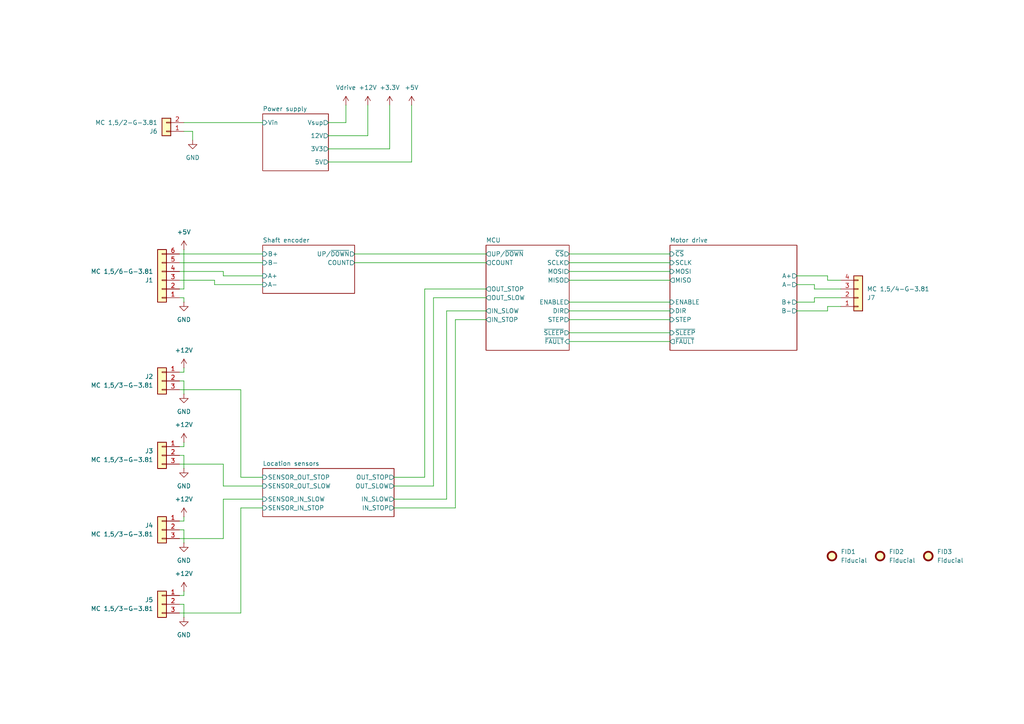
<source format=kicad_sch>
(kicad_sch (version 20250114) (generator "eeschema") (generator_version "9.0")
  (paper "A4")
  (title_block (title "TV slider") (date "2025-10-06") (rev "1") (company "NX Solutions"))
  (lib_symbols
    (symbol "Connector_Generic:Conn_01x02" (pin_names (offset 1.016) (hide yes))
      (property "Reference" "J" (at 0 2.54 0))
      (property "Value" "Conn_01x02" (at 0 -5.08 0))
      (symbol "Conn_01x02_1_1"
        (rectangle (start -1.27 1.27) (end 1.27 -3.81) (stroke (width 0.254)) (fill (type background)))
        (rectangle (start -1.27 0.127) (end 0 -0.127) (stroke (width 0.1524)))
        (rectangle (start -1.27 -2.413) (end 0 -2.667) (stroke (width 0.1524)))
        (pin passive line (at -5.08 0 0) (length 3.81) (name "Pin_1") (number "1"))
        (pin passive line (at -5.08 -2.54 0) (length 3.81) (name "Pin_2") (number "2"))
      )
    )
    (symbol "Connector_Generic:Conn_01x03" (pin_names (offset 1.016) (hide yes))
      (property "Reference" "J" (at 0 5.08 0))
      (property "Value" "Conn_01x03" (at 0 -5.08 0))
      (symbol "Conn_01x03_1_1"
        (rectangle (start -1.27 3.81) (end 1.27 -3.81) (stroke (width 0.254)) (fill (type background)))
        (rectangle (start -1.27 2.667) (end 0 2.413) (stroke (width 0.1524)))
        (rectangle (start -1.27 0.127) (end 0 -0.127) (stroke (width 0.1524)))
        (rectangle (start -1.27 -2.413) (end 0 -2.667) (stroke (width 0.1524)))
        (pin passive line (at -5.08 2.54 0) (length 3.81) (name "Pin_1") (number "1"))
        (pin passive line (at -5.08 0 0) (length 3.81) (name "Pin_2") (number "2"))
        (pin passive line (at -5.08 -2.54 0) (length 3.81) (name "Pin_3") (number "3"))
      )
    )
    (symbol "Connector_Generic:Conn_01x04" (pin_names (offset 1.016) (hide yes))
      (property "Reference" "J" (at 0 5.08 0))
      (property "Value" "Conn_01x04" (at 0 -7.62 0))
      (symbol "Conn_01x04_1_1"
        (rectangle (start -1.27 3.81) (end 1.27 -6.35) (stroke (width 0.254)) (fill (type background)))
        (rectangle (start -1.27 2.667) (end 0 2.413) (stroke (width 0.1524)))
        (rectangle (start -1.27 0.127) (end 0 -0.127) (stroke (width 0.1524)))
        (rectangle (start -1.27 -2.413) (end 0 -2.667) (stroke (width 0.1524)))
        (rectangle (start -1.27 -4.953) (end 0 -5.207) (stroke (width 0.1524)))
        (pin passive line (at -5.08 2.54 0) (length 3.81) (name "Pin_1") (number "1"))
        (pin passive line (at -5.08 0 0) (length 3.81) (name "Pin_2") (number "2"))
        (pin passive line (at -5.08 -2.54 0) (length 3.81) (name "Pin_3") (number "3"))
        (pin passive line (at -5.08 -5.08 0) (length 3.81) (name "Pin_4") (number "4"))
      )
    )
    (symbol "Connector_Generic:Conn_01x06" (pin_names (offset 1.016) (hide yes))
      (property "Reference" "J" (at 0 7.62 0))
      (property "Value" "Conn_01x06" (at 0 -10.16 0))
      (symbol "Conn_01x06_1_1"
        (rectangle (start -1.27 6.35) (end 1.27 -8.89) (stroke (width 0.254)) (fill (type background)))
        (rectangle (start -1.27 5.207) (end 0 4.953) (stroke (width 0.1524)))
        (rectangle (start -1.27 2.667) (end 0 2.413) (stroke (width 0.1524)))
        (rectangle (start -1.27 0.127) (end 0 -0.127) (stroke (width 0.1524)))
        (rectangle (start -1.27 -2.413) (end 0 -2.667) (stroke (width 0.1524)))
        (rectangle (start -1.27 -4.953) (end 0 -5.207) (stroke (width 0.1524)))
        (rectangle (start -1.27 -7.493) (end 0 -7.747) (stroke (width 0.1524)))
        (pin passive line (at -5.08 5.08 0) (length 3.81) (name "Pin_1") (number "1"))
        (pin passive line (at -5.08 2.54 0) (length 3.81) (name "Pin_2") (number "2"))
        (pin passive line (at -5.08 0 0) (length 3.81) (name "Pin_3") (number "3"))
        (pin passive line (at -5.08 -2.54 0) (length 3.81) (name "Pin_4") (number "4"))
        (pin passive line (at -5.08 -5.08 0) (length 3.81) (name "Pin_5") (number "5"))
        (pin passive line (at -5.08 -7.62 0) (length 3.81) (name "Pin_6") (number "6"))
      )
    )
    (symbol "Mechanical:Fiducial" (in_bom no)
      (property "Reference" "FID" (at 0 5.08 0))
      (property "Value" "Fiducial" (at 0 3.175 0))
      (symbol "Fiducial_0_1"
        (circle (center 0 0) (radius 1.27) (stroke (width 0.508)) (fill (type background)))
      )
    )
    (symbol "power:+12V" (power) (pin_numbers (hide yes)) (pin_names (offset 0) (hide yes))
      (property "Value" "+12V" (at 0 3.556 0))
      (symbol "+12V_0_1"
        (polyline (pts (xy -0.762 1.27) (xy 0 2.54)))
        (polyline (pts (xy 0 2.54) (xy 0.762 1.27)))
        (polyline (pts (xy 0 0) (xy 0 2.54)))
      )
      (symbol "+12V_1_1"
        (pin power_in line (at 0 0 90) (length 0) (name "~") (number "1"))
      )
    )
    (symbol "power:+3.3V" (power) (pin_numbers (hide yes)) (pin_names (offset 0) (hide yes))
      (property "Value" "+3.3V" (at 0 3.556 0))
      (symbol "+3.3V_0_1"
        (polyline (pts (xy -0.762 1.27) (xy 0 2.54)))
        (polyline (pts (xy 0 2.54) (xy 0.762 1.27)))
        (polyline (pts (xy 0 0) (xy 0 2.54)))
      )
      (symbol "+3.3V_1_1"
        (pin power_in line (at 0 0 90) (length 0) (name "~") (number "1"))
      )
    )
    (symbol "power:+5V" (power) (pin_numbers (hide yes)) (pin_names (offset 0) (hide yes))
      (property "Value" "+5V" (at 0 3.556 0))
      (symbol "+5V_0_1"
        (polyline (pts (xy -0.762 1.27) (xy 0 2.54)))
        (polyline (pts (xy 0 2.54) (xy 0.762 1.27)))
        (polyline (pts (xy 0 0) (xy 0 2.54)))
      )
      (symbol "+5V_1_1"
        (pin power_in line (at 0 0 90) (length 0) (name "~") (number "1"))
      )
    )
    (symbol "power:GND" (power) (pin_numbers (hide yes)) (pin_names (offset 0) (hide yes))
      (property "Value" "GND" (at 0 -3.81 0))
      (symbol "GND_0_1"
        (polyline (pts (xy 0 0) (xy 0 -1.27) (xy 1.27 -1.27) (xy 0 -2.54) (xy -1.27 -1.27) (xy 0 -1.27)))
      )
      (symbol "GND_1_1"
        (pin power_in line (at 0 0 270) (length 0) (name "~") (number "1"))
      )
    )
    (symbol "power:Vdrive" (power) (pin_numbers (hide yes)) (pin_names (offset 0) (hide yes))
      (property "Value" "Vdrive" (at 0 3.556 0))
      (symbol "Vdrive_0_1"
        (polyline (pts (xy -0.762 1.27) (xy 0 2.54)))
        (polyline (pts (xy 0 2.54) (xy 0.762 1.27)))
        (polyline (pts (xy 0 0) (xy 0 2.54)))
      )
      (symbol "Vdrive_1_1"
        (pin power_in line (at 0 0 90) (length 0) (name "~") (number "1"))
      )
    )
  )
  (wire (pts (xy 69.85 113.03) (xy 69.85 138.43)))
  (wire (pts (xy 76.2 80.01) (xy 64.77 80.01)))
  (wire (pts (xy 140.97 92.71) (xy 132.08 92.71)))
  (wire (pts (xy 52.07 177.8) (xy 69.85 177.8)))
  (wire (pts (xy 53.34 110.49) (xy 52.07 110.49)))
  (wire (pts (xy 114.3 144.78) (xy 129.54 144.78)))
  (wire (pts (xy 53.34 171.45) (xy 53.34 172.72)))
  (wire (pts (xy 64.77 144.78) (xy 64.77 156.21)))
  (wire (pts (xy 113.03 43.18) (xy 95.25 43.18)))
  (wire (pts (xy 53.34 110.49) (xy 53.34 114.3)))
  (wire (pts (xy 231.14 80.01) (xy 240.03 80.01)))
  (wire (pts (xy 132.08 92.71) (xy 132.08 147.32)))
  (wire (pts (xy 119.38 46.99) (xy 95.25 46.99)))
  (wire (pts (xy 119.38 30.48) (xy 119.38 46.99)))
  (wire (pts (xy 52.07 113.03) (xy 69.85 113.03)))
  (wire (pts (xy 165.1 78.74) (xy 194.31 78.74)))
  (wire (pts (xy 64.77 156.21) (xy 52.07 156.21)))
  (wire (pts (xy 165.1 96.52) (xy 194.31 96.52)))
  (wire (pts (xy 165.1 81.28) (xy 194.31 81.28)))
  (wire (pts (xy 64.77 78.74) (xy 64.77 80.01)))
  (wire (pts (xy 52.07 76.2) (xy 76.2 76.2)))
  (wire (pts (xy 53.34 106.68) (xy 53.34 107.95)))
  (wire (pts (xy 64.77 78.74) (xy 52.07 78.74)))
  (wire (pts (xy 165.1 90.17) (xy 194.31 90.17)))
  (wire (pts (xy 240.03 88.9) (xy 240.03 90.17)))
  (wire (pts (xy 53.34 172.72) (xy 52.07 172.72)))
  (wire (pts (xy 243.84 86.36) (xy 236.22 86.36)))
  (wire (pts (xy 52.07 73.66) (xy 76.2 73.66)))
  (wire (pts (xy 123.19 83.82) (xy 140.97 83.82)))
  (wire (pts (xy 231.14 90.17) (xy 240.03 90.17)))
  (wire (pts (xy 53.34 86.36) (xy 52.07 86.36)))
  (wire (pts (xy 100.33 35.56) (xy 95.25 35.56)))
  (wire (pts (xy 53.34 107.95) (xy 52.07 107.95)))
  (wire (pts (xy 53.34 35.56) (xy 76.2 35.56)))
  (wire (pts (xy 52.07 134.62) (xy 64.77 134.62)))
  (wire (pts (xy 165.1 99.06) (xy 194.31 99.06)))
  (wire (pts (xy 129.54 144.78) (xy 129.54 90.17)))
  (wire (pts (xy 76.2 144.78) (xy 64.77 144.78)))
  (wire (pts (xy 236.22 86.36) (xy 236.22 87.63)))
  (wire (pts (xy 53.34 175.26) (xy 53.34 179.07)))
  (wire (pts (xy 243.84 88.9) (xy 240.03 88.9)))
  (wire (pts (xy 106.68 30.48) (xy 106.68 39.37)))
  (wire (pts (xy 129.54 90.17) (xy 140.97 90.17)))
  (wire (pts (xy 53.34 175.26) (xy 52.07 175.26)))
  (wire (pts (xy 53.34 132.08) (xy 52.07 132.08)))
  (wire (pts (xy 240.03 80.01) (xy 240.03 81.28)))
  (wire (pts (xy 113.03 30.48) (xy 113.03 43.18)))
  (wire (pts (xy 231.14 82.55) (xy 236.22 82.55)))
  (wire (pts (xy 53.34 153.67) (xy 52.07 153.67)))
  (wire (pts (xy 53.34 151.13) (xy 52.07 151.13)))
  (wire (pts (xy 165.1 73.66) (xy 194.31 73.66)))
  (wire (pts (xy 165.1 92.71) (xy 194.31 92.71)))
  (wire (pts (xy 114.3 138.43) (xy 123.19 138.43)))
  (wire (pts (xy 231.14 87.63) (xy 236.22 87.63)))
  (wire (pts (xy 53.34 128.27) (xy 53.34 129.54)))
  (wire (pts (xy 62.23 81.28) (xy 62.23 82.55)))
  (wire (pts (xy 100.33 30.48) (xy 100.33 35.56)))
  (wire (pts (xy 76.2 140.97) (xy 64.77 140.97)))
  (wire (pts (xy 69.85 147.32) (xy 69.85 177.8)))
  (wire (pts (xy 76.2 147.32) (xy 69.85 147.32)))
  (wire (pts (xy 123.19 138.43) (xy 123.19 83.82)))
  (wire (pts (xy 165.1 87.63) (xy 194.31 87.63)))
  (wire (pts (xy 53.34 132.08) (xy 53.34 135.89)))
  (wire (pts (xy 64.77 140.97) (xy 64.77 134.62)))
  (wire (pts (xy 236.22 83.82) (xy 243.84 83.82)))
  (wire (pts (xy 53.34 129.54) (xy 52.07 129.54)))
  (wire (pts (xy 62.23 82.55) (xy 76.2 82.55)))
  (wire (pts (xy 140.97 86.36) (xy 125.73 86.36)))
  (wire (pts (xy 53.34 87.63) (xy 53.34 86.36)))
  (wire (pts (xy 236.22 82.55) (xy 236.22 83.82)))
  (wire (pts (xy 53.34 38.1) (xy 55.88 38.1)))
  (wire (pts (xy 165.1 76.2) (xy 194.31 76.2)))
  (wire (pts (xy 52.07 81.28) (xy 62.23 81.28)))
  (wire (pts (xy 102.87 76.2) (xy 140.97 76.2)))
  (wire (pts (xy 125.73 86.36) (xy 125.73 140.97)))
  (wire (pts (xy 69.85 138.43) (xy 76.2 138.43)))
  (wire (pts (xy 55.88 38.1) (xy 55.88 40.64)))
  (wire (pts (xy 53.34 153.67) (xy 53.34 157.48)))
  (wire (pts (xy 53.34 149.86) (xy 53.34 151.13)))
  (wire (pts (xy 102.87 73.66) (xy 140.97 73.66)))
  (wire (pts (xy 53.34 72.39) (xy 53.34 83.82)))
  (wire (pts (xy 106.68 39.37) (xy 95.25 39.37)))
  (wire (pts (xy 53.34 83.82) (xy 52.07 83.82)))
  (wire (pts (xy 132.08 147.32) (xy 114.3 147.32)))
  (wire (pts (xy 240.03 81.28) (xy 243.84 81.28)))
  (wire (pts (xy 125.73 140.97) (xy 114.3 140.97)))
  (symbol (lib_id "Mechanical:Fiducial") (at 255.27 161.29 0) (unit 1) (in_bom no)
    (property "Reference" "FID2" (at 257.81 160.0199 0) (effects (justify left)))
    (property "Value" "Fiducial" (at 257.81 162.5599 0) (effects (justify left)))
    (property "Footprint" "Fiducial:Fiducial_1mm_Mask2mm" (effects (hide yes)))
    (property "Description" "Fiducial Marker" (effects (hide yes)))
  )
  (symbol (lib_id "power:+12V") (at 53.34 106.68 0) (unit 1)
    (property "Reference" "#PWR03" (effects (hide yes)))
    (property "Value" "+12V" (at 53.34 101.6 0))
    (property "Description" "Power symbol creates a global label with name \"+12V\"" (effects (hide yes)))
  )
  (symbol (lib_id "power:GND") (at 53.34 114.3 0) (unit 1)
    (property "Reference" "#PWR04" (effects (hide yes)))
    (property "Value" "GND" (at 53.34 119.38 0))
    (property "Description" "Power symbol creates a global label with name \"GND\" , ground" (effects (hide yes)))
  )
  (symbol (lib_id "power:+5V") (at 119.38 30.48 0) (unit 1)
    (property "Reference" "#PWR015" (effects (hide yes)))
    (property "Value" "+5V" (at 119.38 25.4 0))
    (property "Description" "Power symbol creates a global label with name \"+5V\"" (effects (hide yes)))
  )
  (symbol (lib_id "Connector_Generic:Conn_01x03") (at 46.99 110.49 0) (mirror y) (unit 1)
    (property "Reference" "J2" (at 44.45 109.2199 0) (effects (justify left)))
    (property "Value" "MC 1,5/3-G-3.81" (at 44.45 111.7599 0) (effects (justify left)))
    (property "Footprint" "Connector_Phoenix_MC:PhoenixContact_MC_1,5_3-G-3.81_1x03_P3.81mm_Horizontal" (effects (hide yes)))
    (property "Description" "Generic connector, single row, 01x03, script generated (kicad-library-utils/schlib/autogen/connector/)" (effects (hide yes)))
    (property "Supplier" "Digi-Key" (effects (hide yes)))
    (property "SupplierPN" "277-1207-ND" (effects (hide yes)))
    (property "MF" "Phoenix" (effects (hide yes)))
  )
  (symbol (lib_id "power:GND") (at 53.34 157.48 0) (unit 1)
    (property "Reference" "#PWR08" (effects (hide yes)))
    (property "Value" "GND" (at 53.34 162.56 0))
    (property "Description" "Power symbol creates a global label with name \"GND\" , ground" (effects (hide yes)))
  )
  (symbol (lib_id "power:+12V") (at 53.34 149.86 0) (unit 1)
    (property "Reference" "#PWR07" (effects (hide yes)))
    (property "Value" "+12V" (at 53.34 144.78 0))
    (property "Description" "Power symbol creates a global label with name \"+12V\"" (effects (hide yes)))
  )
  (symbol (lib_id "power:+5V") (at 53.34 72.39 0) (unit 1)
    (property "Reference" "#PWR01" (effects (hide yes)))
    (property "Value" "+5V" (at 53.34 67.31 0))
    (property "Description" "Power symbol creates a global label with name \"+5V\"" (effects (hide yes)))
  )
  (symbol (lib_id "Mechanical:Fiducial") (at 269.24 161.29 0) (unit 1) (in_bom no)
    (property "Reference" "FID3" (at 271.78 160.0199 0) (effects (justify left)))
    (property "Value" "Fiducial" (at 271.78 162.5599 0) (effects (justify left)))
    (property "Footprint" "Fiducial:Fiducial_1mm_Mask2mm" (effects (hide yes)))
    (property "Description" "Fiducial Marker" (effects (hide yes)))
  )
  (symbol (lib_id "power:GND") (at 53.34 135.89 0) (unit 1)
    (property "Reference" "#PWR06" (effects (hide yes)))
    (property "Value" "GND" (at 53.34 140.97 0))
    (property "Description" "Power symbol creates a global label with name \"GND\" , ground" (effects (hide yes)))
  )
  (symbol (lib_id "Mechanical:Fiducial") (at 241.3 161.29 0) (unit 1) (in_bom no)
    (property "Reference" "FID1" (at 243.84 160.0199 0) (effects (justify left)))
    (property "Value" "Fiducial" (at 243.84 162.5599 0) (effects (justify left)))
    (property "Footprint" "Fiducial:Fiducial_1mm_Mask2mm" (effects (hide yes)))
    (property "Description" "Fiducial Marker" (effects (hide yes)))
  )
  (symbol (lib_id "Connector_Generic:Conn_01x03") (at 46.99 153.67 0) (mirror y) (unit 1)
    (property "Reference" "J4" (at 44.45 152.3999 0) (effects (justify left)))
    (property "Value" "MC 1,5/3-G-3.81" (at 44.45 154.9399 0) (effects (justify left)))
    (property "Footprint" "Connector_Phoenix_MC:PhoenixContact_MC_1,5_3-G-3.81_1x03_P3.81mm_Horizontal" (effects (hide yes)))
    (property "Description" "Generic connector, single row, 01x03, script generated (kicad-library-utils/schlib/autogen/connector/)" (effects (hide yes)))
    (property "Supplier" "Digi-Key" (effects (hide yes)))
    (property "SupplierPN" "277-1207-ND" (effects (hide yes)))
    (property "MF" "Phoenix" (effects (hide yes)))
  )
  (symbol (lib_id "power:GND") (at 53.34 87.63 0) (unit 1)
    (property "Reference" "#PWR02" (effects (hide yes)))
    (property "Value" "GND" (at 53.34 92.71 0))
    (property "Description" "Power symbol creates a global label with name \"GND\" , ground" (effects (hide yes)))
  )
  (symbol (lib_id "power:GND") (at 55.88 40.64 0) (unit 1)
    (property "Reference" "#PWR011" (effects (hide yes)))
    (property "Value" "GND" (at 55.88 45.72 0))
    (property "Description" "Power symbol creates a global label with name \"GND\" , ground" (effects (hide yes)))
  )
  (symbol (lib_id "Connector_Generic:Conn_01x04") (at 248.92 86.36 0) (mirror x) (unit 1)
    (property "Reference" "J7" (at 251.46 86.3601 0) (effects (justify left)))
    (property "Value" "MC 1,5/4-G-3.81" (at 251.46 83.8201 0) (effects (justify left)))
    (property "Footprint" "Connector_Phoenix_MC:PhoenixContact_MC_1,5_4-G-3.81_1x04_P3.81mm_Horizontal" (effects (hide yes)))
    (property "Description" "Generic connector, single row, 01x04, script generated (kicad-library-utils/schlib/autogen/connector/)" (effects (hide yes)))
    (property "Supplier" "Digi-Key" (effects (hide yes)))
    (property "SupplierPN" "277-1208-ND" (effects (hide yes)))
    (property "MF" "Phoenix" (effects (hide yes)))
  )
  (symbol (lib_id "Connector_Generic:Conn_01x03") (at 46.99 175.26 0) (mirror y) (unit 1)
    (property "Reference" "J5" (at 44.45 173.9899 0) (effects (justify left)))
    (property "Value" "MC 1,5/3-G-3.81" (at 44.45 176.5299 0) (effects (justify left)))
    (property "Footprint" "Connector_Phoenix_MC:PhoenixContact_MC_1,5_3-G-3.81_1x03_P3.81mm_Horizontal" (effects (hide yes)))
    (property "Description" "Generic connector, single row, 01x03, script generated (kicad-library-utils/schlib/autogen/connector/)" (effects (hide yes)))
    (property "Supplier" "Digi-Key" (effects (hide yes)))
    (property "SupplierPN" "277-1207-ND" (effects (hide yes)))
    (property "MF" "Phoenix" (effects (hide yes)))
  )
  (symbol (lib_id "power:Vdrive") (at 100.33 30.48 0) (unit 1)
    (property "Reference" "#PWR012" (effects (hide yes)))
    (property "Value" "Vdrive" (at 100.33 25.4 0))
    (property "Description" "Power symbol creates a global label with name \"Vdrive\"" (effects (hide yes)))
  )
  (symbol (lib_id "Connector_Generic:Conn_01x06") (at 46.99 81.28 180) (unit 1)
    (property "Reference" "J1" (at 44.45 81.2801 0) (effects (justify left)))
    (property "Value" "MC 1,5/6-G-3.81" (at 44.45 78.7401 0) (effects (justify left)))
    (property "Footprint" "Connector_Phoenix_MC:PhoenixContact_MC_1,5_6-G-3.81_1x06_P3.81mm_Horizontal" (effects (hide yes)))
    (property "Description" "Generic connector, single row, 01x06, script generated (kicad-library-utils/schlib/autogen/connector/)" (effects (hide yes)))
    (property "Supplier" "Digi-Key" (effects (hide yes)))
    (property "SupplierPN" "277-1210-ND" (effects (hide yes)))
    (property "MF" "Phoenix" (effects (hide yes)))
  )
  (symbol (lib_id "Connector_Generic:Conn_01x02") (at 48.26 38.1 180) (unit 1)
    (property "Reference" "J6" (at 45.72 38.1001 0) (effects (justify left)))
    (property "Value" "MC 1,5/2-G-3.81" (at 45.72 35.5601 0) (effects (justify left)))
    (property "Footprint" "Connector_Phoenix_MC:PhoenixContact_MC_1,5_2-G-3.81_1x02_P3.81mm_Horizontal" (effects (hide yes)))
    (property "Description" "Generic connector, single row, 01x02, script generated (kicad-library-utils/schlib/autogen/connector/)" (effects (hide yes)))
    (property "Supplier" "Digi-Key" (effects (hide yes)))
    (property "SupplierPN" "277-1207-ND" (effects (hide yes)))
    (property "MF" "Phoenix" (effects (hide yes)))
  )
  (symbol (lib_id "power:+3.3V") (at 113.03 30.48 0) (unit 1)
    (property "Reference" "#PWR014" (effects (hide yes)))
    (property "Value" "+3.3V" (at 113.03 25.4 0))
    (property "Description" "Power symbol creates a global label with name \"+3.3V\"" (effects (hide yes)))
  )
  (symbol (lib_id "power:+12V") (at 106.68 30.48 0) (unit 1)
    (property "Reference" "#PWR013" (effects (hide yes)))
    (property "Value" "+12V" (at 106.68 25.4 0))
    (property "Description" "Power symbol creates a global label with name \"+12V\"" (effects (hide yes)))
  )
  (symbol (lib_id "power:+12V") (at 53.34 171.45 0) (unit 1)
    (property "Reference" "#PWR09" (effects (hide yes)))
    (property "Value" "+12V" (at 53.34 166.37 0))
    (property "Description" "Power symbol creates a global label with name \"+12V\"" (effects (hide yes)))
  )
  (symbol (lib_id "Connector_Generic:Conn_01x03") (at 46.99 132.08 0) (mirror y) (unit 1)
    (property "Reference" "J3" (at 44.45 130.8099 0) (effects (justify left)))
    (property "Value" "MC 1,5/3-G-3.81" (at 44.45 133.3499 0) (effects (justify left)))
    (property "Footprint" "Connector_Phoenix_MC:PhoenixContact_MC_1,5_3-G-3.81_1x03_P3.81mm_Horizontal" (effects (hide yes)))
    (property "Description" "Generic connector, single row, 01x03, script generated (kicad-library-utils/schlib/autogen/connector/)" (effects (hide yes)))
    (property "Supplier" "Digi-Key" (effects (hide yes)))
    (property "SupplierPN" "277-1207-ND" (effects (hide yes)))
    (property "MF" "Phoenix" (effects (hide yes)))
  )
  (symbol (lib_id "power:+12V") (at 53.34 128.27 0) (unit 1)
    (property "Reference" "#PWR05" (effects (hide yes)))
    (property "Value" "+12V" (at 53.34 123.19 0))
    (property "Description" "Power symbol creates a global label with name \"+12V\"" (effects (hide yes)))
  )
  (symbol (lib_id "power:GND") (at 53.34 179.07 0) (unit 1)
    (property "Reference" "#PWR010" (effects (hide yes)))
    (property "Value" "GND" (at 53.34 184.15 0))
    (property "Description" "Power symbol creates a global label with name \"GND\" , ground" (effects (hide yes)))
  )
  (sheet (at 140.97 71.12) (size 24.13 30.48) (stroke (width 0.1524))
    (property "Sheetname" "MCU" (at 140.97 70.4084 0) (effects (justify left bottom)))
    (property "Sheetfile" "mcu.kicad_sch" (effects (hide yes)))
    (pin "DIR" output (at 165.1 90.17 0))
    (pin "ENABLE" output (at 165.1 87.63 0))
    (pin "MISO" output (at 165.1 81.28 0))
    (pin "MOSI" output (at 165.1 78.74 0))
    (pin "SCLK" output (at 165.1 76.2 0))
    (pin "STEP" output (at 165.1 92.71 0))
    (pin "~{CS}" output (at 165.1 73.66 0))
    (pin "IN_SLOW" output (at 140.97 90.17 180))
    (pin "IN_STOP" output (at 140.97 92.71 180))
    (pin "OUT_SLOW" output (at 140.97 86.36 180))
    (pin "OUT_STOP" output (at 140.97 83.82 180))
    (pin "COUNT" output (at 140.97 76.2 180))
    (pin "UP{slash}~{DOWN}" output (at 140.97 73.66 180))
    (pin "~{FAULT}" input (at 165.1 99.06 0))
    (pin "~{SLEEP}" output (at 165.1 96.52 0))
  )
  (sheet (at 76.2 71.12) (size 26.67 13.97) (stroke (width 0.1524))
    (property "Sheetname" "Shaft encoder" (at 76.2 70.4084 0) (effects (justify left bottom)))
    (property "Sheetfile" "shaft_encoder.kicad_sch" (effects (hide yes)))
    (pin "A+" input (at 76.2 80.01 180))
    (pin "A-" input (at 76.2 82.55 180))
    (pin "B+" input (at 76.2 73.66 180))
    (pin "B-" input (at 76.2 76.2 180))
    (pin "COUNT" output (at 102.87 76.2 0))
    (pin "UP{slash}~{DOWN}" output (at 102.87 73.66 0))
  )
  (sheet (at 76.2 33.02) (size 19.05 16.51) (stroke (width 0.1524))
    (property "Sheetname" "Power supply" (at 76.2 32.3084 0) (effects (justify left bottom)))
    (property "Sheetfile" "power_supply.kicad_sch" (effects (hide yes)))
    (pin "Vin" input (at 76.2 35.56 180))
    (pin "3V3" output (at 95.25 43.18 0))
    (pin "12V" output (at 95.25 39.37 0))
    (pin "Vsup" output (at 95.25 35.56 0))
    (pin "5V" output (at 95.25 46.99 0))
  )
  (sheet (at 76.2 135.89) (size 38.1 13.97) (stroke (width 0.1524))
    (property "Sheetname" "Location sensors" (at 76.2 135.1784 0) (effects (justify left bottom)))
    (property "Sheetfile" "location_sensors.kicad_sch" (effects (hide yes)))
    (pin "SENSOR_IN_SLOW" input (at 76.2 144.78 180))
    (pin "SENSOR_IN_STOP" input (at 76.2 147.32 180))
    (pin "SENSOR_OUT_SLOW" input (at 76.2 140.97 180))
    (pin "SENSOR_OUT_STOP" input (at 76.2 138.43 180))
    (pin "IN_SLOW" output (at 114.3 144.78 0))
    (pin "IN_STOP" output (at 114.3 147.32 0))
    (pin "OUT_SLOW" output (at 114.3 140.97 0))
    (pin "OUT_STOP" output (at 114.3 138.43 0))
  )
  (sheet (at 194.31 71.12) (size 36.83 30.48) (stroke (width 0.1524))
    (property "Sheetname" "Motor drive" (at 194.31 70.4084 0) (effects (justify left bottom)))
    (property "Sheetfile" "motor_drive.kicad_sch" (effects (hide yes)))
    (pin "MISO" output (at 194.31 81.28 180))
    (pin "MOSI" input (at 194.31 78.74 180))
    (pin "A+" output (at 231.14 80.01 0))
    (pin "A-" output (at 231.14 82.55 0))
    (pin "B+" output (at 231.14 87.63 0))
    (pin "B-" output (at 231.14 90.17 0))
    (pin "SCLK" input (at 194.31 76.2 180))
    (pin "~{CS}" input (at 194.31 73.66 180))
    (pin "DIR" input (at 194.31 90.17 180))
    (pin "ENABLE" input (at 194.31 87.63 180))
    (pin "STEP" input (at 194.31 92.71 180))
    (pin "~{FAULT}" output (at 194.31 99.06 180))
    (pin "~{SLEEP}" input (at 194.31 96.52 180))
  )
)
</source>
